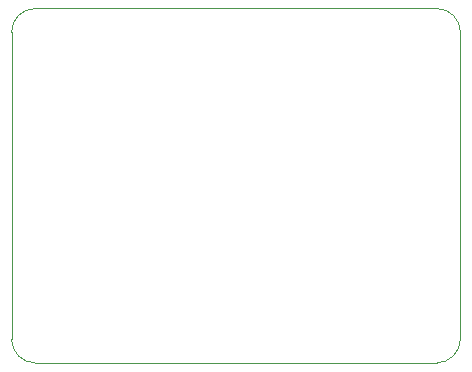
<source format=gbr>
%TF.GenerationSoftware,KiCad,Pcbnew,8.0.1*%
%TF.CreationDate,2024-04-24T20:58:42-04:00*%
%TF.ProjectId,Bluephil,426c7565-7068-4696-9c2e-6b696361645f,rev?*%
%TF.SameCoordinates,PX95ba140PY6dac2c0*%
%TF.FileFunction,Profile,NP*%
%FSLAX46Y46*%
G04 Gerber Fmt 4.6, Leading zero omitted, Abs format (unit mm)*
G04 Created by KiCad (PCBNEW 8.0.1) date 2024-04-24 20:58:42*
%MOMM*%
%LPD*%
G01*
G04 APERTURE LIST*
%TA.AperFunction,Profile*%
%ADD10C,0.050000*%
%TD*%
G04 APERTURE END LIST*
D10*
X2000000Y0D02*
G75*
G02*
X0Y2000000I0J2000000D01*
G01*
X0Y28000000D02*
G75*
G02*
X2000000Y30000000I2000000J0D01*
G01*
X36000000Y30000000D02*
G75*
G02*
X38000000Y28000000I0J-2000000D01*
G01*
X38000000Y2000000D02*
G75*
G02*
X36000000Y0I-2000000J0D01*
G01*
X38000000Y28000000D02*
X38000000Y2000000D01*
X2000000Y0D02*
X36000000Y0D01*
X2000000Y30000000D02*
X36000000Y30000000D01*
X0Y28000000D02*
X0Y2000000D01*
M02*

</source>
